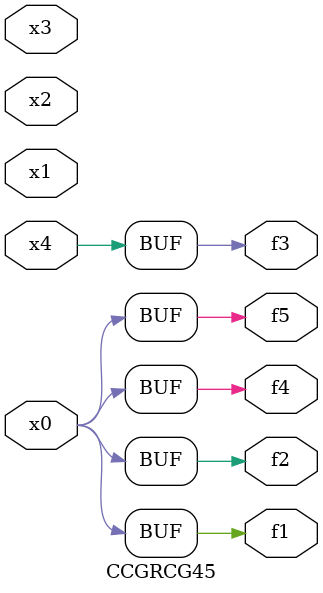
<source format=v>
module CCGRCG45(
	input x0, x1, x2, x3, x4,
	output f1, f2, f3, f4, f5
);
	assign f1 = x0;
	assign f2 = x0;
	assign f3 = x4;
	assign f4 = x0;
	assign f5 = x0;
endmodule

</source>
